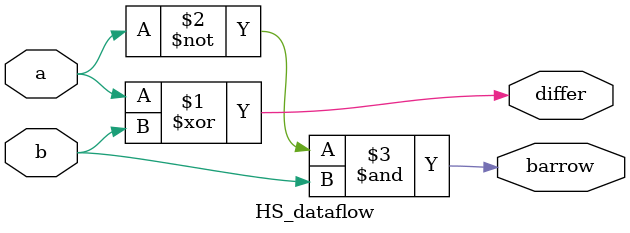
<source format=v>
`timescale 1ns / 1ps


module HS_dataflow(
    input a,
    input b,
    output differ,
    output barrow
    );
    assign differ=a ^b; 
    assign barrow=~a&b; 
endmodule

</source>
